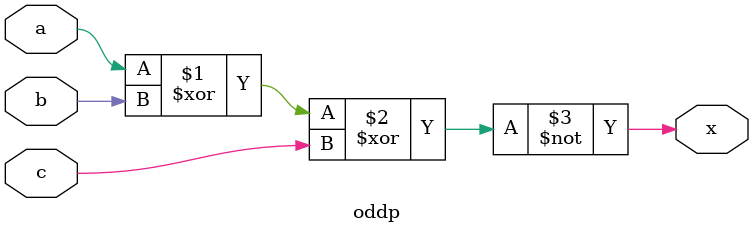
<source format=v>
module oddp(input a,b,c,output x);
assign x=~(a^b^c);
endmodule

</source>
